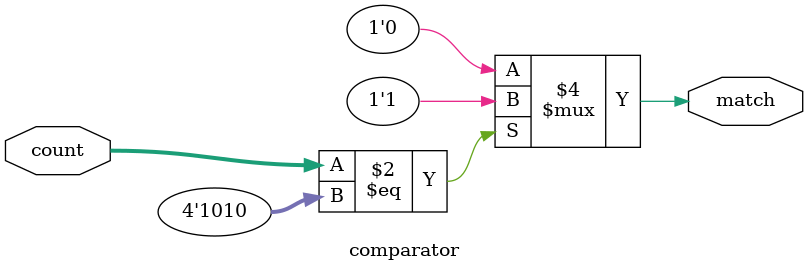
<source format=v>
module comparator(
    input wire [3:0] count,         // 4-bit input from the counter 
    output reg match                // Output: 1 if count equals threashold 
);
    parameter THRESHOLD = 4'b1010;  // Fixed threashold (10 in decimal)

    always @(*) begin               // Combinational logic
        if (count == THRESHOLD)
            match = 1; 
        else 
            match = 0; 
    end 
endmodule

</source>
